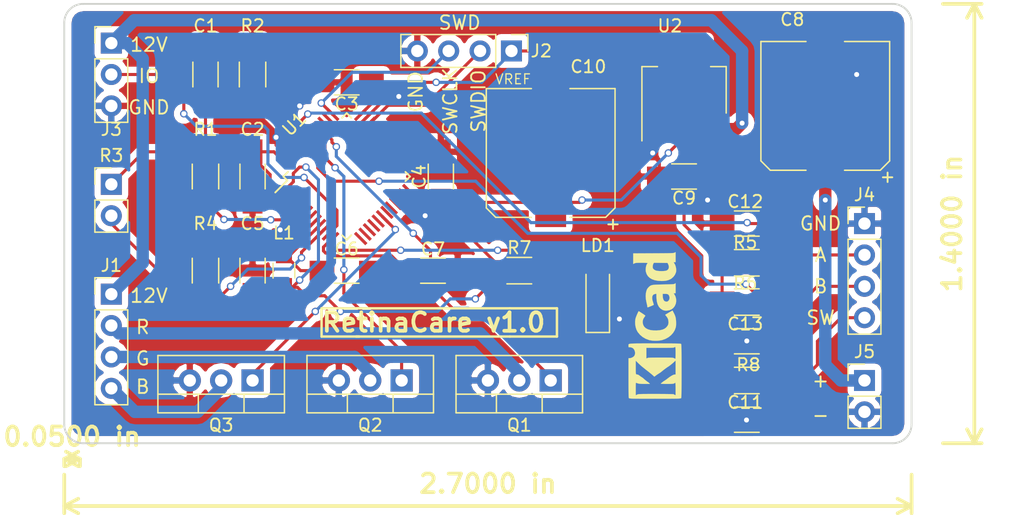
<source format=kicad_pcb>
(kicad_pcb (version 4) (host pcbnew 4.0.2+dfsg1-stable)
  (layers (0 F.Cu signal) (31 B.Cu signal) (34 B.Paste user) (35 F.Paste user) (36 B.SilkS user) (37 F.SilkS user) (38 B.Mask user) (39 F.Mask user) (44 Edge.Cuts user))
  (net 0 "")
  (net 1 +3V3)
  (net 2 GND)
  (net 3 "Net-(C6-Pad1)")
  (net 4 +12V)
  (net 5 "Net-(C11-Pad1)")
  (net 6 /ENC_A)
  (net 7 /ENC_B)
  (net 8 "Net-(D1-Pad2)")
  (net 9 "Net-(J1-Pad2)")
  (net 10 "Net-(J1-Pad3)")
  (net 11 "Net-(J1-Pad4)")
  (net 12 /SWDIO)
  (net 13 /SWCLK)
  (net 14 /MOTION)
  (net 15 /PWM_R)
  (net 16 /PWM_G)
  (net 17 /PWM_B)
  (net 18 "Net-(R1-Pad1)")
  (net 19 "Net-(R2-Pad1)")
  (net 20 "Net-(R3-Pad2)")
  (net 21 /SW)
  (net 22 "Net-(U1-Pad2)")
  (net 23 "Net-(U1-Pad3)")
  (net 24 "Net-(U1-Pad4)")
  (net 25 "Net-(U1-Pad5)")
  (net 26 "Net-(U1-Pad6)")
  (net 27 "Net-(U1-Pad13)")
  (net 28 "Net-(U1-Pad14)")
  (net 29 "Net-(U1-Pad15)")
  (net 30 "Net-(U1-Pad16)")
  (net 31 "Net-(U1-Pad17)")
  (net 32 "Net-(U1-Pad19)")
  (net 33 "Net-(U1-Pad20)")
  (net 34 "Net-(U1-Pad21)")
  (net 35 "Net-(U1-Pad22)")
  (net 36 "Net-(U1-Pad25)")
  (net 37 "Net-(U1-Pad26)")
  (net 38 "Net-(U1-Pad27)")
  (net 39 "Net-(U1-Pad28)")
  (net 40 "Net-(U1-Pad29)")
  (net 41 "Net-(U1-Pad30)")
  (net 42 "Net-(U1-Pad31)")
  (net 43 "Net-(U1-Pad32)")
  (net 44 "Net-(U1-Pad33)")
  (net 45 "Net-(U1-Pad38)")
  (net 46 "Net-(U1-Pad39)")
  (net 47 "Net-(U1-Pad45)")
  (net 48 "Net-(U1-Pad46)")
  (module Capacitors_SMD:C_1206_HandSoldering (layer F.Cu) (at 138.43 66.04 270)
    (fp_text reference C2 (at -3.81 0 360) (layer F.SilkS))
    (fp_text value 100n)
    (pad 1 smd rect (at -2 0 270) (size 2 1.6) (layers F.Cu F.Paste F.Mask) (net 1 +3V3))
    (pad 2 smd rect (at 2 0 270) (size 2 1.6) (layers F.Cu F.Paste F.Mask) (net 2 GND))
  )
  (module Capacitors_SMD:C_1206_HandSoldering (layer F.Cu) (at 146.05 58.42 180)
    (fp_text reference C3 (at 0 -1.75 180) (layer F.SilkS))
    (fp_text value 100n)
    (pad 1 smd rect (at -2 0 180) (size 2 1.6) (layers F.Cu F.Paste F.Mask) (net 1 +3V3))
    (pad 2 smd rect (at 2 0 180) (size 2 1.6) (layers F.Cu F.Paste F.Mask) (net 2 GND))
  )
  (module Capacitors_SMD:C_1206_HandSoldering (layer F.Cu) (at 153.67 66.04 90)
    (fp_text reference C4 (at 0 -1.75 90) (layer F.SilkS))
    (fp_text value 100n)
    (pad 1 smd rect (at -2 0 90) (size 2 1.6) (layers F.Cu F.Paste F.Mask) (net 1 +3V3))
    (pad 2 smd rect (at 2 0 90) (size 2 1.6) (layers F.Cu F.Paste F.Mask) (net 2 GND))
  )
  (module Capacitors_SMD:C_1206_HandSoldering (layer F.Cu) (at 138.43 73.66 90)
    (fp_text reference C5 (at 3.81 0 180) (layer F.SilkS))
    (fp_text value 100n)
    (pad 1 smd rect (at -2 0 90) (size 2 1.6) (layers F.Cu F.Paste F.Mask) (net 1 +3V3))
    (pad 2 smd rect (at 2 0 90) (size 2 1.6) (layers F.Cu F.Paste F.Mask) (net 2 GND))
  )
  (module Capacitors_SMD:C_1206_HandSoldering (layer F.Cu) (at 146.05 73.66)
    (fp_text reference C6 (at 0 -1.75) (layer F.SilkS))
    (fp_text value 100n)
    (pad 1 smd rect (at -2 0) (size 2 1.6) (layers F.Cu F.Paste F.Mask) (net 3 "Net-(C6-Pad1)"))
    (pad 2 smd rect (at 2 0) (size 2 1.6) (layers F.Cu F.Paste F.Mask) (net 2 GND))
  )
  (module Capacitors_SMD:CP_Elec_10x10 (layer F.Cu) (at 184.785 60.325 90)
    (fp_text reference C8 (at 6.985 -2.667 180) (layer F.SilkS))
    (fp_text value 47u)
    (fp_text user + (at -5.78 4.97 90) (layer F.SilkS))
    (pad 1 smd rect (at -4 0 270) (size 4 2.5) (layers F.Cu F.Paste F.Mask) (net 4 +12V))
    (pad 2 smd rect (at 4 0 270) (size 4 2.5) (layers F.Cu F.Paste F.Mask) (net 2 GND))
  )
  (module Capacitors_SMD:C_1206_HandSoldering (layer F.Cu) (at 173.355 66.04 180)
    (fp_text reference C9 (at 0 -1.75 180) (layer F.SilkS))
    (fp_text value 100n)
    (pad 1 smd rect (at -2 0 180) (size 2 1.6) (layers F.Cu F.Paste F.Mask) (net 4 +12V))
    (pad 2 smd rect (at 2 0 180) (size 2 1.6) (layers F.Cu F.Paste F.Mask) (net 2 GND))
  )
  (module Capacitors_SMD:CP_Elec_10x10 (layer F.Cu) (at 162.56 64.135 90)
    (fp_text reference C10 (at 6.985 3.048 180) (layer F.SilkS))
    (fp_text value 47u)
    (fp_text user + (at -5.78 4.97 90) (layer F.SilkS))
    (pad 1 smd rect (at -4 0 270) (size 4 2.5) (layers F.Cu F.Paste F.Mask) (net 1 +3V3))
    (pad 2 smd rect (at 4 0 270) (size 4 2.5) (layers F.Cu F.Paste F.Mask) (net 2 GND))
  )
  (module Capacitors_SMD:C_1206_HandSoldering (layer F.Cu) (at 178.435 85.725 180)
    (fp_text reference C11 (at 0.127 1.397 180) (layer F.SilkS))
    (fp_text value 100n)
    (pad 1 smd rect (at -2 0 180) (size 2 1.6) (layers F.Cu F.Paste F.Mask) (net 5 "Net-(C11-Pad1)"))
    (pad 2 smd rect (at 2 0 180) (size 2 1.6) (layers F.Cu F.Paste F.Mask) (net 2 GND))
  )
  (module Capacitors_SMD:C_1206_HandSoldering (layer F.Cu) (at 178.435 69.85 180)
    (fp_text reference C12 (at 0.127 1.778 180) (layer F.SilkS))
    (fp_text value 100n)
    (pad 1 smd rect (at -2 0 180) (size 2 1.6) (layers F.Cu F.Paste F.Mask) (net 6 /ENC_A))
    (pad 2 smd rect (at 2 0 180) (size 2 1.6) (layers F.Cu F.Paste F.Mask) (net 2 GND))
  )
  (module Capacitors_SMD:C_1206_HandSoldering (layer F.Cu) (at 178.435 79.375 180)
    (fp_text reference C13 (at 0.127 1.397 180) (layer F.SilkS))
    (fp_text value 100n)
    (pad 1 smd rect (at -2 0 180) (size 2 1.6) (layers F.Cu F.Paste F.Mask) (net 7 /ENC_B))
    (pad 2 smd rect (at 2 0 180) (size 2 1.6) (layers F.Cu F.Paste F.Mask) (net 2 GND))
  )
  (module LEDs:LED_1206_HandSoldering (layer F.Cu) (at 166.37 75.565 90)
    (fp_text reference LD1 (at 3.937 0 180) (layer F.SilkS))
    (fp_text value LED_ALT)
    (pad 1 smd rect (at -2 0 90) (size 2 1.7) (layers F.Cu F.Paste F.Mask) (net 2 GND))
    (pad 2 smd rect (at 2 0 90) (size 2 1.7) (layers F.Cu F.Paste F.Mask) (net 8 "Net-(D1-Pad2)"))
  )
  (module Pin_Headers:Pin_Header_Straight_1x04_Pitch2.54mm (layer F.Cu) (at 127 75.565)
    (fp_text reference J1 (at 0 -2.33) (layer F.SilkS))
    (fp_text value CONN_LED)
    (pad 1 thru_hole rect (at 0 0) (size 1.7 1.7) (drill 1) (layers *.Cu *.Mask) (net 4 +12V))
    (pad 2 thru_hole oval (at 0 2.54) (size 1.7 1.7) (drill 1) (layers *.Cu *.Mask) (net 9 "Net-(J1-Pad2)"))
    (pad 3 thru_hole oval (at 0 5.08) (size 1.7 1.7) (drill 1) (layers *.Cu *.Mask) (net 10 "Net-(J1-Pad3)"))
    (pad 4 thru_hole oval (at 0 7.62) (size 1.7 1.7) (drill 1) (layers *.Cu *.Mask) (net 11 "Net-(J1-Pad4)"))
  )
  (module Pin_Headers:Pin_Header_Straight_1x04_Pitch2.54mm (layer F.Cu) (at 159.385 55.88 270)
    (fp_text reference J2 (at 0 -2.413 360) (layer F.SilkS))
    (fp_text value CONN_SWD)
    (pad 1 thru_hole rect (at 0 0 270) (size 1.7 1.7) (drill 1) (layers *.Cu *.Mask) (net 1 +3V3))
    (pad 2 thru_hole oval (at 0 2.54 270) (size 1.7 1.7) (drill 1) (layers *.Cu *.Mask) (net 12 /SWDIO))
    (pad 3 thru_hole oval (at 0 5.08 270) (size 1.7 1.7) (drill 1) (layers *.Cu *.Mask) (net 13 /SWCLK))
    (pad 4 thru_hole oval (at 0 7.62 270) (size 1.7 1.7) (drill 1) (layers *.Cu *.Mask) (net 2 GND))
  )
  (module Pin_Headers:Pin_Header_Straight_1x03_Pitch2.54mm (layer F.Cu) (at 127 55.245)
    (fp_text reference J3 (at 0 6.985) (layer F.SilkS))
    (fp_text value CONN_PIR)
    (pad 1 thru_hole rect (at 0 0) (size 1.7 1.7) (drill 1) (layers *.Cu *.Mask) (net 4 +12V))
    (pad 2 thru_hole oval (at 0 2.54) (size 1.7 1.7) (drill 1) (layers *.Cu *.Mask) (net 14 /MOTION))
    (pad 3 thru_hole oval (at 0 5.08) (size 1.7 1.7) (drill 1) (layers *.Cu *.Mask) (net 2 GND))
  )
  (module Pin_Headers:Pin_Header_Straight_1x04_Pitch2.54mm (layer F.Cu) (at 187.96 69.85)
    (fp_text reference J4 (at 0 -2.33) (layer F.SilkS))
    (fp_text value CONN_ENC)
    (pad 1 thru_hole rect (at 0 0) (size 1.7 1.7) (drill 1) (layers *.Cu *.Mask) (net 2 GND))
    (pad 2 thru_hole oval (at 0 2.54) (size 1.7 1.7) (drill 1) (layers *.Cu *.Mask) (net 6 /ENC_A))
    (pad 3 thru_hole oval (at 0 5.08) (size 1.7 1.7) (drill 1) (layers *.Cu *.Mask) (net 7 /ENC_B))
    (pad 4 thru_hole oval (at 0 7.62) (size 1.7 1.7) (drill 1) (layers *.Cu *.Mask) (net 5 "Net-(C11-Pad1)"))
  )
  (module Inductors_SMD:L_0805_HandSoldering (layer F.Cu) (at 140.97 73.66 270)
    (fp_text reference L1 (at -3.048 0 360) (layer F.SilkS))
    (fp_text value Ferrite_Bead hide)
    (pad 1 smd rect (at -1.35 0 270) (size 1.5 1.3) (layers F.Cu F.Paste F.Mask) (net 3 "Net-(C6-Pad1)"))
    (pad 2 smd rect (at 1.35 0 270) (size 1.5 1.3) (layers F.Cu F.Paste F.Mask) (net 1 +3V3))
  )
  (module TO_SOT_Packages_THT:TO-220_Vertical (layer F.Cu) (at 162.56 82.55 180)
    (fp_text reference Q1 (at 2.54 -3.62 180) (layer F.SilkS))
    (fp_text value IRF3808)
    (pad 1 thru_hole rect (at 0 0 180) (size 1.8 1.8) (drill 1) (layers *.Cu *.Mask) (net 15 /PWM_R))
    (pad 2 thru_hole oval (at 2.54 0 180) (size 1.8 1.8) (drill 1) (layers *.Cu *.Mask) (net 9 "Net-(J1-Pad2)"))
    (pad 3 thru_hole oval (at 5.08 0 180) (size 1.8 1.8) (drill 1) (layers *.Cu *.Mask) (net 2 GND))
  )
  (module TO_SOT_Packages_THT:TO-220_Vertical (layer F.Cu) (at 150.495 82.55 180)
    (fp_text reference Q2 (at 2.54 -3.62 180) (layer F.SilkS))
    (fp_text value IRF3808)
    (pad 1 thru_hole rect (at 0 0 180) (size 1.8 1.8) (drill 1) (layers *.Cu *.Mask) (net 16 /PWM_G))
    (pad 2 thru_hole oval (at 2.54 0 180) (size 1.8 1.8) (drill 1) (layers *.Cu *.Mask) (net 10 "Net-(J1-Pad3)"))
    (pad 3 thru_hole oval (at 5.08 0 180) (size 1.8 1.8) (drill 1) (layers *.Cu *.Mask) (net 2 GND))
  )
  (module TO_SOT_Packages_THT:TO-220_Vertical (layer F.Cu) (at 138.43 82.55 180)
    (fp_text reference Q3 (at 2.54 -3.62 180) (layer F.SilkS))
    (fp_text value IRF3808)
    (pad 1 thru_hole rect (at 0 0 180) (size 1.8 1.8) (drill 1) (layers *.Cu *.Mask) (net 17 /PWM_B))
    (pad 2 thru_hole oval (at 2.54 0 180) (size 1.8 1.8) (drill 1) (layers *.Cu *.Mask) (net 11 "Net-(J1-Pad4)"))
    (pad 3 thru_hole oval (at 5.08 0 180) (size 1.8 1.8) (drill 1) (layers *.Cu *.Mask) (net 2 GND))
  )
  (module Resistors_SMD:R_1206_HandSoldering (layer F.Cu) (at 134.62 66.04 90)
    (fp_text reference R1 (at 3.81 0 180) (layer F.SilkS))
    (fp_text value 10k)
    (pad 1 smd rect (at -2 0 90) (size 2 1.7) (layers F.Cu F.Paste F.Mask) (net 18 "Net-(R1-Pad1)"))
    (pad 2 smd rect (at 2 0 90) (size 2 1.7) (layers F.Cu F.Paste F.Mask) (net 1 +3V3))
  )
  (module Resistors_SMD:R_1206_HandSoldering (layer F.Cu) (at 138.43 57.785 90)
    (fp_text reference R2 (at 3.937 0 180) (layer F.SilkS))
    (fp_text value 10k)
    (pad 1 smd rect (at -2 0 90) (size 2 1.7) (layers F.Cu F.Paste F.Mask) (net 19 "Net-(R2-Pad1)"))
    (pad 2 smd rect (at 2 0 90) (size 2 1.7) (layers F.Cu F.Paste F.Mask) (net 2 GND))
  )
  (module Pin_Headers:Pin_Header_Straight_1x02_Pitch2.54mm (layer F.Cu) (at 127 66.675)
    (fp_text reference R3 (at 0 -2.33) (layer F.SilkS))
    (fp_text value R_PHOTO)
    (pad 1 thru_hole rect (at 0 0) (size 1.7 1.7) (drill 1) (layers *.Cu *.Mask) (net 1 +3V3))
    (pad 2 thru_hole oval (at 0 2.54) (size 1.7 1.7) (drill 1) (layers *.Cu *.Mask) (net 20 "Net-(R3-Pad2)"))
  )
  (module Resistors_SMD:R_1206_HandSoldering (layer F.Cu) (at 134.62 73.66 270)
    (fp_text reference R4 (at -3.81 0 360) (layer F.SilkS))
    (fp_text value 10k)
    (pad 1 smd rect (at -2 0 270) (size 2 1.7) (layers F.Cu F.Paste F.Mask) (net 2 GND))
    (pad 2 smd rect (at 2 0 270) (size 2 1.7) (layers F.Cu F.Paste F.Mask) (net 20 "Net-(R3-Pad2)"))
  )
  (module Resistors_SMD:R_1206_HandSoldering (layer F.Cu) (at 178.435 73.025 180)
    (fp_text reference R5 (at 0.127 1.651 180) (layer F.SilkS))
    (fp_text value 10k)
    (pad 1 smd rect (at -2 0 180) (size 2 1.7) (layers F.Cu F.Paste F.Mask) (net 6 /ENC_A))
    (pad 2 smd rect (at 2 0 180) (size 2 1.7) (layers F.Cu F.Paste F.Mask) (net 1 +3V3))
  )
  (module Resistors_SMD:R_1206_HandSoldering (layer F.Cu) (at 178.435 76.2 180)
    (fp_text reference R6 (at 0.127 1.524 180) (layer F.SilkS))
    (fp_text value 10k)
    (pad 1 smd rect (at -2 0 180) (size 2 1.7) (layers F.Cu F.Paste F.Mask) (net 7 /ENC_B))
    (pad 2 smd rect (at 2 0 180) (size 2 1.7) (layers F.Cu F.Paste F.Mask) (net 1 +3V3))
  )
  (module Resistors_SMD:R_1206_HandSoldering (layer F.Cu) (at 160.02 73.66)
    (fp_text reference R7 (at 0 -1.85) (layer F.SilkS))
    (fp_text value 220)
    (pad 1 smd rect (at -2 0) (size 2 1.7) (layers F.Cu F.Paste F.Mask) (net 1 +3V3))
    (pad 2 smd rect (at 2 0) (size 2 1.7) (layers F.Cu F.Paste F.Mask) (net 8 "Net-(D1-Pad2)"))
  )
  (module Resistors_SMD:R_1206_HandSoldering (layer F.Cu) (at 178.435 82.55)
    (fp_text reference R8 (at 0.127 -1.27) (layer F.SilkS))
    (fp_text value 10k)
    (pad 1 smd rect (at -2 0) (size 2 1.7) (layers F.Cu F.Paste F.Mask) (net 21 /SW))
    (pad 2 smd rect (at 2 0) (size 2 1.7) (layers F.Cu F.Paste F.Mask) (net 5 "Net-(C11-Pad1)"))
  )
  (module Housings_QFP:LQFP-48_7x7mm_Pitch0.5mm (layer F.Cu) (at 146.05 66.04 45)
    (fp_text reference U1 (at 0 -6 45) (layer F.SilkS))
    (fp_text value STM32L151C8Tx)
    (pad 1 smd rect (at -4.35 -2.75 45) (size 1.3 0.25) (layers F.Cu F.Paste F.Mask) (net 1 +3V3))
    (pad 2 smd rect (at -4.35 -2.25 45) (size 1.3 0.25) (layers F.Cu F.Paste F.Mask) (net 22 "Net-(U1-Pad2)"))
    (pad 3 smd rect (at -4.35 -1.75 45) (size 1.3 0.25) (layers F.Cu F.Paste F.Mask) (net 23 "Net-(U1-Pad3)"))
    (pad 4 smd rect (at -4.35 -1.25 45) (size 1.3 0.25) (layers F.Cu F.Paste F.Mask) (net 24 "Net-(U1-Pad4)"))
    (pad 5 smd rect (at -4.35 -0.75 45) (size 1.3 0.25) (layers F.Cu F.Paste F.Mask) (net 25 "Net-(U1-Pad5)"))
    (pad 6 smd rect (at -4.35 -0.25 45) (size 1.3 0.25) (layers F.Cu F.Paste F.Mask) (net 26 "Net-(U1-Pad6)"))
    (pad 7 smd rect (at -4.35 0.25 45) (size 1.3 0.25) (layers F.Cu F.Paste F.Mask) (net 18 "Net-(R1-Pad1)"))
    (pad 8 smd rect (at -4.35 0.75 45) (size 1.3 0.25) (layers F.Cu F.Paste F.Mask) (net 2 GND))
    (pad 9 smd rect (at -4.35 1.25 45) (size 1.3 0.25) (layers F.Cu F.Paste F.Mask) (net 3 "Net-(C6-Pad1)"))
    (pad 10 smd rect (at -4.35 1.75 45) (size 1.3 0.25) (layers F.Cu F.Paste F.Mask) (net 20 "Net-(R3-Pad2)"))
    (pad 11 smd rect (at -4.35 2.25 45) (size 1.3 0.25) (layers F.Cu F.Paste F.Mask) (net 14 /MOTION))
    (pad 12 smd rect (at -4.35 2.75 45) (size 1.3 0.25) (layers F.Cu F.Paste F.Mask) (net 21 /SW))
    (pad 13 smd rect (at -2.75 4.35 135) (size 1.3 0.25) (layers F.Cu F.Paste F.Mask) (net 27 "Net-(U1-Pad13)"))
    (pad 14 smd rect (at -2.25 4.35 135) (size 1.3 0.25) (layers F.Cu F.Paste F.Mask) (net 28 "Net-(U1-Pad14)"))
    (pad 15 smd rect (at -1.75 4.35 135) (size 1.3 0.25) (layers F.Cu F.Paste F.Mask) (net 29 "Net-(U1-Pad15)"))
    (pad 16 smd rect (at -1.25 4.35 135) (size 1.3 0.25) (layers F.Cu F.Paste F.Mask) (net 30 "Net-(U1-Pad16)"))
    (pad 17 smd rect (at -0.75 4.35 135) (size 1.3 0.25) (layers F.Cu F.Paste F.Mask) (net 31 "Net-(U1-Pad17)"))
    (pad 18 smd rect (at -0.25 4.35 135) (size 1.3 0.25) (layers F.Cu F.Paste F.Mask) (net 17 /PWM_B))
    (pad 19 smd rect (at 0.25 4.35 135) (size 1.3 0.25) (layers F.Cu F.Paste F.Mask) (net 32 "Net-(U1-Pad19)"))
    (pad 20 smd rect (at 0.75 4.35 135) (size 1.3 0.25) (layers F.Cu F.Paste F.Mask) (net 33 "Net-(U1-Pad20)"))
    (pad 21 smd rect (at 1.25 4.35 135) (size 1.3 0.25) (layers F.Cu F.Paste F.Mask) (net 34 "Net-(U1-Pad21)"))
    (pad 22 smd rect (at 1.75 4.35 135) (size 1.3 0.25) (layers F.Cu F.Paste F.Mask) (net 35 "Net-(U1-Pad22)"))
    (pad 23 smd rect (at 2.25 4.35 135) (size 1.3 0.25) (layers F.Cu F.Paste F.Mask) (net 2 GND))
    (pad 24 smd rect (at 2.75 4.35 135) (size 1.3 0.25) (layers F.Cu F.Paste F.Mask) (net 1 +3V3))
    (pad 25 smd rect (at 4.35 2.75 45) (size 1.3 0.25) (layers F.Cu F.Paste F.Mask) (net 36 "Net-(U1-Pad25)"))
    (pad 26 smd rect (at 4.35 2.25 45) (size 1.3 0.25) (layers F.Cu F.Paste F.Mask) (net 37 "Net-(U1-Pad26)"))
    (pad 27 smd rect (at 4.35 1.75 45) (size 1.3 0.25) (layers F.Cu F.Paste F.Mask) (net 38 "Net-(U1-Pad27)"))
    (pad 28 smd rect (at 4.35 1.25 45) (size 1.3 0.25) (layers F.Cu F.Paste F.Mask) (net 39 "Net-(U1-Pad28)"))
    (pad 29 smd rect (at 4.35 0.75 45) (size 1.3 0.25) (layers F.Cu F.Paste F.Mask) (net 40 "Net-(U1-Pad29)"))
    (pad 30 smd rect (at 4.35 0.25 45) (size 1.3 0.25) (layers F.Cu F.Paste F.Mask) (net 41 "Net-(U1-Pad30)"))
    (pad 31 smd rect (at 4.35 -0.25 45) (size 1.3 0.25) (layers F.Cu F.Paste F.Mask) (net 42 "Net-(U1-Pad31)"))
    (pad 32 smd rect (at 4.35 -0.75 45) (size 1.3 0.25) (layers F.Cu F.Paste F.Mask) (net 43 "Net-(U1-Pad32)"))
    (pad 33 smd rect (at 4.35 -1.25 45) (size 1.3 0.25) (layers F.Cu F.Paste F.Mask) (net 44 "Net-(U1-Pad33)"))
    (pad 34 smd rect (at 4.35 -1.75 45) (size 1.3 0.25) (layers F.Cu F.Paste F.Mask) (net 12 /SWDIO))
    (pad 35 smd rect (at 4.35 -2.25 45) (size 1.3 0.25) (layers F.Cu F.Paste F.Mask) (net 2 GND))
    (pad 36 smd rect (at 4.35 -2.75 45) (size 1.3 0.25) (layers F.Cu F.Paste F.Mask) (net 1 +3V3))
    (pad 37 smd rect (at 2.75 -4.35 135) (size 1.3 0.25) (layers F.Cu F.Paste F.Mask) (net 13 /SWCLK))
    (pad 38 smd rect (at 2.25 -4.35 135) (size 1.3 0.25) (layers F.Cu F.Paste F.Mask) (net 45 "Net-(U1-Pad38)"))
    (pad 39 smd rect (at 1.75 -4.35 135) (size 1.3 0.25) (layers F.Cu F.Paste F.Mask) (net 46 "Net-(U1-Pad39)"))
    (pad 40 smd rect (at 1.25 -4.35 135) (size 1.3 0.25) (layers F.Cu F.Paste F.Mask) (net 15 /PWM_R))
    (pad 41 smd rect (at 0.75 -4.35 135) (size 1.3 0.25) (layers F.Cu F.Paste F.Mask) (net 16 /PWM_G))
    (pad 42 smd rect (at 0.25 -4.35 135) (size 1.3 0.25) (layers F.Cu F.Paste F.Mask) (net 6 /ENC_A))
    (pad 43 smd rect (at -0.25 -4.35 135) (size 1.3 0.25) (layers F.Cu F.Paste F.Mask) (net 7 /ENC_B))
    (pad 44 smd rect (at -0.75 -4.35 135) (size 1.3 0.25) (layers F.Cu F.Paste F.Mask) (net 19 "Net-(R2-Pad1)"))
    (pad 45 smd rect (at -1.25 -4.35 135) (size 1.3 0.25) (layers F.Cu F.Paste F.Mask) (net 47 "Net-(U1-Pad45)"))
    (pad 46 smd rect (at -1.75 -4.35 135) (size 1.3 0.25) (layers F.Cu F.Paste F.Mask) (net 48 "Net-(U1-Pad46)"))
    (pad 47 smd rect (at -2.25 -4.35 135) (size 1.3 0.25) (layers F.Cu F.Paste F.Mask) (net 2 GND))
    (pad 48 smd rect (at -2.75 -4.35 135) (size 1.3 0.25) (layers F.Cu F.Paste F.Mask) (net 1 +3V3))
  )
  (module TO_SOT_Packages_SMD:SOT-223 (layer F.Cu) (at 173.355 59.055 90)
    (fp_text reference U2 (at 5.207 -1.143 180) (layer F.SilkS))
    (fp_text value LD1117S33TR)
    (pad 4 smd rect (at 3.15 0 90) (size 2 3.8) (layers F.Cu F.Paste F.Mask))
    (pad 2 smd rect (at -3.15 0 90) (size 2 1.5) (layers F.Cu F.Paste F.Mask) (net 1 +3V3))
    (pad 3 smd rect (at -3.15 2.3 90) (size 2 1.5) (layers F.Cu F.Paste F.Mask) (net 4 +12V))
    (pad 1 smd rect (at -3.15 -2.3 90) (size 2 1.5) (layers F.Cu F.Paste F.Mask) (net 2 GND))
  )
  (module Pin_Headers:Pin_Header_Straight_1x02_Pitch2.54mm (layer F.Cu) (at 187.96 82.55)
    (fp_text reference J5 (at 0 -2.33) (layer F.SilkS))
    (fp_text value CONN_12V)
    (pad 1 thru_hole rect (at 0 0) (size 1.7 1.7) (drill 1) (layers *.Cu *.Mask) (net 4 +12V))
    (pad 2 thru_hole oval (at 0 2.54) (size 1.7 1.7) (drill 1) (layers *.Cu *.Mask) (net 2 GND))
  )
  (module Capacitors_SMD:C_1206_HandSoldering (layer F.Cu) (at 134.62 57.785 90)
    (fp_text reference C1 (at 3.937 0 180) (layer F.SilkS))
    (fp_text value 1u)
    (pad 1 smd rect (at -2 0 90) (size 2 1.6) (layers F.Cu F.Paste F.Mask) (net 1 +3V3))
    (pad 2 smd rect (at 2 0 90) (size 2 1.6) (layers F.Cu F.Paste F.Mask) (net 2 GND))
  )
  (module Capacitors_SMD:C_1206_HandSoldering (layer F.Cu) (at 153.035 73.66)
    (fp_text reference C7 (at 0 -1.75) (layer F.SilkS))
    (fp_text value 1u)
    (pad 1 smd rect (at -2 0) (size 2 1.6) (layers F.Cu F.Paste F.Mask) (net 3 "Net-(C6-Pad1)"))
    (pad 2 smd rect (at 2 0) (size 2 1.6) (layers F.Cu F.Paste F.Mask) (net 2 GND))
  )
  (module Symbols:Symbol_KiCAD-Logo_CopperAndSilkScreenTop (layer F.Cu) (at 170.815 78.105 90)
    (fp_text reference REF** hide)
    (fp_text value "KiCAD Logo" hide)
  )
  (dimension 1.27 (width 0.3) (layer F.SilkS) (gr_text "1,270 mm" (at 123.825 88.9) (layer F.SilkS) (effects (font (size 1.5 1.5) (thickness 0.3)))) (feature1 (pts (xy 124.46 88.9) (xy 124.46 88.9))) (feature2 (pts (xy 123.19 88.9) (xy 123.19 88.9))) (crossbar (pts (xy 123.19 88.9) (xy 124.46 88.9))) (arrow1a (pts (xy 124.46 88.9) (xy 123.333496 89.486421))) (arrow1b (pts (xy 124.46 88.9) (xy 123.333496 88.313579))) (arrow2a (pts (xy 123.19 88.9) (xy 124.316504 89.486421))) (arrow2b (pts (xy 123.19 88.9) (xy 124.316504 88.313579))))
  (dimension 68.58 (width 0.3) (layer F.SilkS) (gr_text "68,580 mm" (at 157.48 94.06) (layer F.SilkS) (effects (font (size 1.5 1.5) (thickness 0.3)))) (feature1 (pts (xy 123.19 90.17) (xy 123.19 95.41))) (feature2 (pts (xy 191.77 90.17) (xy 191.77 95.41))) (crossbar (pts (xy 191.77 92.71) (xy 123.19 92.71))) (arrow1a (pts (xy 123.19 92.71) (xy 124.316504 92.123579))) (arrow1b (pts (xy 123.19 92.71) (xy 124.316504 93.296421))) (arrow2a (pts (xy 191.77 92.71) (xy 190.643496 92.123579))) (arrow2b (pts (xy 191.77 92.71) (xy 190.643496 93.296421))))
  (dimension 35.56 (width 0.3) (layer F.SilkS) (gr_text "35,560 mm" (at 198.2 69.85 270) (layer F.SilkS) (effects (font (size 1.5 1.5) (thickness 0.3)))) (feature1 (pts (xy 194.31 87.63) (xy 199.55 87.63))) (feature2 (pts (xy 194.31 52.07) (xy 199.55 52.07))) (crossbar (pts (xy 196.85 52.07) (xy 196.85 87.63))) (arrow1a (pts (xy 196.85 87.63) (xy 196.263579 86.503496))) (arrow1b (pts (xy 196.85 87.63) (xy 197.436421 86.503496))) (arrow2a (pts (xy 196.85 52.07) (xy 196.263579 53.196504))) (arrow2b (pts (xy 196.85 52.07) (xy 197.436421 53.196504))))
  (gr_line (start 191.77 86.106) (end 191.77 53.594) (angle 90) (layer Edge.Cuts) (width 0.15))
  (gr_line (start 124.714 87.63) (end 190.246 87.63) (angle 90) (layer Edge.Cuts) (width 0.15))
  (gr_line (start 123.19 53.594) (end 123.19 86.106) (angle 90) (layer Edge.Cuts) (width 0.15))
  (gr_line (start 124.714 52.07) (end 190.246 52.07) (angle 90) (layer Edge.Cuts) (width 0.15))
  (gr_arc (start 124.714 53.594) (end 123.19 53.594) (angle 90) (layer Edge.Cuts) (width 0.15))
  (gr_arc (start 124.714 86.106) (end 124.714 87.63) (angle 90) (layer Edge.Cuts) (width 0.15))
  (gr_arc (start 190.246 86.106) (end 191.77 86.106) (angle 90) (layer Edge.Cuts) (width 0.15))
  (gr_arc (start 190.246 53.594) (end 190.246 52.07) (angle 90) (layer Edge.Cuts) (width 0.15))
  (gr_text VREF (at 159.512 58.166) (layer F.SilkS) (effects (font (size 0.8 0.8) (thickness 0.1))))
  (gr_text SWDIO (at 156.718 59.944 90) (layer F.SilkS) (effects (font (size 1.1 1.1))))
  (gr_text SWCLK (at 154.432 59.944 90) (layer F.SilkS) (effects (font (size 1.1 1.1))))
  (gr_text SWD (at 155.194 53.594) (layer F.SilkS) (effects (font (size 1.1 1.1))))
  (gr_text GND (at 151.638 59.182 90) (layer F.SilkS) (effects (font (size 1.1 1.1))))
  (gr_text B (at 129.54 83.058) (layer F.SilkS) (effects (font (size 1.1 1.1))))
  (gr_text G (at 129.54 80.772) (layer F.SilkS) (effects (font (size 1.1 1.1))))
  (gr_text R (at 129.54 78.232) (layer F.SilkS) (effects (font (size 1.1 1.1))))
  (gr_text 12V (at 130.048 75.692) (layer F.SilkS) (effects (font (size 1.1 1.1))))
  (gr_text 12V (at 130.048 55.372) (layer F.SilkS) (effects (font (size 1.1 1.1))))
  (gr_text IO (at 130.048 57.912) (layer F.SilkS) (effects (font (size 1.1 1.1))))
  (gr_text GND (at 130.048 60.452) (layer F.SilkS) (effects (font (size 1.1 1.1))))
  (gr_text - (at 184.404 85.344) (layer F.SilkS) (effects (font (size 1.1 1.1))))
  (gr_text + (at 184.404 82.55) (layer F.SilkS) (effects (font (size 1.1 1.1))))
  (gr_text SW (at 184.404 77.47) (layer F.SilkS) (effects (font (size 1.1 1.1))))
  (gr_text B (at 184.404 74.93) (layer F.SilkS) (effects (font (size 1.1 1.1))))
  (gr_text A (at 184.404 72.39) (layer F.SilkS) (effects (font (size 1.1 1.1))))
  (gr_text GND (at 184.404 69.85) (layer F.SilkS) (effects (font (size 1.1 1.1))))
  (gr_line (start 144.018 78.994) (end 147.066 78.994) (angle 90) (layer F.SilkS) (width 0.2))
  (gr_line (start 144.018 76.708) (end 147.066 76.708) (angle 90) (layer F.SilkS) (width 0.2))
  (gr_line (start 163.068 78.994) (end 159.258 78.994) (angle 90) (layer F.SilkS) (width 0.2))
  (gr_line (start 159.258 76.708) (end 163.068 76.708) (angle 90) (layer F.SilkS) (width 0.2))
  (gr_line (start 163.068 78.994) (end 163.068 76.708) (angle 90) (layer F.SilkS) (width 0.2))
  (gr_line (start 146.812 78.994) (end 159.258 78.994) (angle 90) (layer F.SilkS) (width 0.2))
  (gr_line (start 144.018 76.708) (end 144.018 78.994) (angle 90) (layer F.SilkS) (width 0.2))
  (gr_line (start 159.258 76.708) (end 146.812 76.708) (angle 90) (layer F.SilkS) (width 0.2))
  (gr_text "RetinaCare v1.0" (at 153.0858 77.851) (layer F.SilkS) (effects (font (size 1.5 1.5) (thickness 0.3))))
  (segment (start 140.97 75.01) (end 141.652 75.01) (width 0.25) (layer F.Cu) (net 1))
  (segment (start 141.732 66.468913) (end 141.029542 67.171371) (width 0.25) (layer F.Cu) (net 1))
  (segment (start 141.732 65.786) (end 141.732 66.468913) (width 0.25) (layer F.Cu) (net 1))
  (segment (start 142.24 65.278) (end 141.732 65.786) (width 0.25) (layer F.Cu) (net 1))
  (segment (start 142.748 65.278) (end 142.24 65.278) (width 0.25) (layer F.Cu) (net 1))
  (via (at 142.748 65.278) (size 0.6) (drill 0.4) (layers F.Cu B.Cu) (net 1))
  (segment (start 143.764 66.294) (end 142.748 65.278) (width 0.25) (layer B.Cu) (net 1))
  (segment (start 143.764 72.898) (end 143.764 66.294) (width 0.25) (layer B.Cu) (net 1))
  (segment (start 142.24 74.422) (end 143.764 72.898) (width 0.25) (layer B.Cu) (net 1))
  (via (at 142.24 74.422) (size 0.6) (drill 0.4) (layers F.Cu B.Cu) (net 1))
  (segment (start 141.652 75.01) (end 142.24 74.422) (width 0.25) (layer F.Cu) (net 1))
  (segment (start 140.97 75.01) (end 142.066 75.01) (width 0.25) (layer F.Cu) (net 1))
  (segment (start 156.464 75.946) (end 158.02 74.39) (width 0.25) (layer F.Cu) (net 1))
  (via (at 156.464 75.946) (size 0.6) (drill 0.4) (layers F.Cu B.Cu) (net 1))
  (segment (start 154.432 75.946) (end 156.464 75.946) (width 0.25) (layer B.Cu) (net 1))
  (segment (start 153.416 76.962) (end 154.432 75.946) (width 0.25) (layer B.Cu) (net 1))
  (segment (start 145.542 76.962) (end 153.416 76.962) (width 0.25) (layer B.Cu) (net 1))
  (via (at 145.542 76.962) (size 0.6) (drill 0.4) (layers F.Cu B.Cu) (net 1))
  (segment (start 144.272 75.692) (end 145.542 76.962) (width 0.25) (layer F.Cu) (net 1))
  (segment (start 142.748 75.692) (end 144.272 75.692) (width 0.25) (layer F.Cu) (net 1))
  (segment (start 142.066 75.01) (end 142.748 75.692) (width 0.25) (layer F.Cu) (net 1))
  (segment (start 158.02 74.39) (end 158.02 73.66) (width 0.25) (layer F.Cu) (net 1))
  (segment (start 159.385 55.88) (end 167.03 55.88) (width 0.25) (layer F.Cu) (net 1))
  (segment (start 167.03 55.88) (end 173.355 62.205) (width 0.25) (layer F.Cu) (net 1))
  (segment (start 141.029542 67.171371) (end 141.029542 67.174258) (width 0.25) (layer F.Cu) (net 1))
  (segment (start 141.029542 67.174258) (end 140.3604 67.8434) (width 0.25) (layer F.Cu) (net 1))
  (segment (start 140.3604 67.8434) (end 140.0556 67.8434) (width 0.25) (layer F.Cu) (net 1))
  (segment (start 140.0556 67.8434) (end 139.8524 67.6402) (width 0.25) (layer F.Cu) (net 1))
  (segment (start 139.8524 67.6402) (end 139.8524 65.8876) (width 0.25) (layer F.Cu) (net 1))
  (segment (start 139.8524 65.8876) (end 138.43 64.4652) (width 0.25) (layer F.Cu) (net 1))
  (segment (start 138.43 64.4652) (end 138.43 64.04) (width 0.25) (layer F.Cu) (net 1))
  (segment (start 148.05 58.42) (end 153.289 58.42) (width 0.25) (layer F.Cu) (net 1))
  (segment (start 156.972 58.42) (end 159.385 56.007) (width 0.25) (layer B.Cu) (net 1))
  (segment (start 156.0576 58.42) (end 156.972 58.42) (width 0.25) (layer B.Cu) (net 1))
  (segment (start 153.289 58.42) (end 156.0576 58.42) (width 0.25) (layer B.Cu) (net 1))
  (via (at 153.289 58.42) (size 0.6) (drill 0.4) (layers F.Cu B.Cu) (net 1))
  (segment (start 159.385 56.007) (end 159.385 55.88) (width 0.25) (layer B.Cu) (net 1))
  (segment (start 138.43 64.04) (end 134.62 64.04) (width 0.25) (layer F.Cu) (net 1))
  (segment (start 138.43 64.04) (end 140.160913 64.04) (width 0.25) (layer F.Cu) (net 1))
  (segment (start 140.160913 64.04) (end 141.029542 64.908629) (width 0.25) (layer F.Cu) (net 1))
  (segment (start 134.62 64.04) (end 134.62 59.785) (width 0.25) (layer F.Cu) (net 1))
  (segment (start 134.62 64.04) (end 129.635 64.04) (width 0.25) (layer F.Cu) (net 1))
  (segment (start 129.635 64.04) (end 127 66.675) (width 0.25) (layer F.Cu) (net 1))
  (segment (start 173.355 62.205) (end 173.355 62.865) (width 0.25) (layer F.Cu) (net 1))
  (segment (start 173.355 62.865) (end 172.085 64.135) (width 0.25) (layer F.Cu) (net 1))
  (segment (start 164.91 68.135) (end 162.56 68.135) (width 0.25) (layer F.Cu) (net 1))
  (segment (start 165.1 67.945) (end 164.91 68.135) (width 0.25) (layer F.Cu) (net 1))
  (via (at 165.1 67.945) (size 0.6) (drill 0.4) (layers F.Cu B.Cu) (net 1))
  (segment (start 168.275 67.945) (end 165.1 67.945) (width 0.25) (layer B.Cu) (net 1))
  (segment (start 172.085 64.135) (end 168.275 67.945) (width 0.25) (layer B.Cu) (net 1))
  (via (at 172.085 64.135) (size 0.6) (drill 0.4) (layers F.Cu B.Cu) (net 1))
  (segment (start 162.56 68.135) (end 153.765 68.135) (width 0.25) (layer F.Cu) (net 1))
  (segment (start 153.765 68.135) (end 153.67 68.04) (width 0.25) (layer F.Cu) (net 1))
  (segment (start 153.67 68.04) (end 153.67 68.58) (width 0.25) (layer F.Cu) (net 1))
  (segment (start 153.67 68.58) (end 158.02 72.93) (width 0.25) (layer F.Cu) (net 1))
  (segment (start 158.02 72.93) (end 158.02 73.66) (width 0.25) (layer F.Cu) (net 1))
  (segment (start 173.355 62.205) (end 173.355 69.945) (width 0.25) (layer F.Cu) (net 1))
  (segment (start 173.355 69.945) (end 176.435 73.025) (width 0.25) (layer F.Cu) (net 1))
  (segment (start 176.435 76.2) (end 176.435 73.025) (width 0.25) (layer F.Cu) (net 1))
  (segment (start 140.97 75.01) (end 139.08 75.01) (width 0.25) (layer F.Cu) (net 1))
  (segment (start 139.08 75.01) (end 138.43 75.66) (width 0.25) (layer F.Cu) (net 1))
  (segment (start 153.67 68.04) (end 151.939087 68.04) (width 0.25) (layer F.Cu) (net 1))
  (segment (start 151.939087 68.04) (end 151.070458 67.171371) (width 0.25) (layer F.Cu) (net 1))
  (segment (start 148.05 58.42) (end 148.05 60.150913) (width 0.25) (layer F.Cu) (net 1))
  (segment (start 148.05 60.150913) (end 147.181371 61.019542) (width 0.25) (layer F.Cu) (net 1))
  (segment (start 138.43 71.66) (end 138.8298 71.66) (width 0.25) (layer F.Cu) (net 2))
  (segment (start 138.8298 71.66) (end 140.1318 70.358) (width 0.25) (layer F.Cu) (net 2))
  (via (at 140.6652 70.358) (size 0.6) (drill 0.4) (layers F.Cu B.Cu) (net 2))
  (segment (start 141.097 70.7898) (end 140.6652 70.358) (width 0.25) (layer F.Cu) (net 2))
  (segment (start 142.367 70.7898) (end 141.097 70.7898) (width 0.25) (layer F.Cu) (net 2))
  (segment (start 143.504416 69.652384) (end 142.367 70.7898) (width 0.25) (layer F.Cu) (net 2))
  (segment (start 140.1318 70.358) (end 140.6652 70.358) (width 0.25) (layer F.Cu) (net 2))
  (segment (start 143.504416 69.646245) (end 143.504416 69.652384) (width 0.25) (layer F.Cu) (net 2))
  (segment (start 147.534924 61.373095) (end 147.541905 61.373095) (width 0.25) (layer F.Cu) (net 2))
  (segment (start 147.541905 61.373095) (end 149.352 59.563) (width 0.25) (layer F.Cu) (net 2))
  (via (at 150.2664 59.563) (size 0.6) (drill 0.4) (layers F.Cu B.Cu) (net 2))
  (segment (start 149.352 59.563) (end 150.2664 59.563) (width 0.25) (layer F.Cu) (net 2))
  (segment (start 166.37 77.565) (end 168.116 77.565) (width 0.25) (layer F.Cu) (net 2))
  (via (at 168.1226 77.5716) (size 0.6) (drill 0.4) (layers F.Cu B.Cu) (net 2))
  (segment (start 168.116 77.565) (end 168.1226 77.5716) (width 0.25) (layer F.Cu) (net 2))
  (segment (start 176.435 85.725) (end 178.3842 85.725) (width 0.25) (layer F.Cu) (net 2))
  (via (at 178.4096 85.7504) (size 0.6) (drill 0.4) (layers F.Cu B.Cu) (net 2))
  (segment (start 178.3842 85.725) (end 178.4096 85.7504) (width 0.25) (layer F.Cu) (net 2))
  (segment (start 176.435 79.375) (end 178.4096 79.375) (width 0.25) (layer F.Cu) (net 2))
  (via (at 178.435 79.3496) (size 0.6) (drill 0.4) (layers F.Cu B.Cu) (net 2))
  (segment (start 178.4096 79.375) (end 178.435 79.3496) (width 0.25) (layer F.Cu) (net 2))
  (segment (start 153.67 64.04) (end 158.655 64.04) (width 0.25) (layer F.Cu) (net 2))
  (segment (start 158.655 64.04) (end 162.56 60.135) (width 0.25) (layer F.Cu) (net 2))
  (segment (start 155.035 73.66) (end 155.035 71.85) (width 0.25) (layer F.Cu) (net 2))
  (via (at 152.4 69.215) (size 0.6) (drill 0.4) (layers F.Cu B.Cu) (net 2))
  (segment (start 152.4 69.215) (end 150.716905 67.531905) (width 0.25) (layer F.Cu) (net 2))
  (segment (start 155.035 71.85) (end 152.4 69.215) (width 0.25) (layer F.Cu) (net 2))
  (segment (start 150.716905 67.524924) (end 150.716905 67.531905) (width 0.25) (layer F.Cu) (net 2))
  (segment (start 142.24 60.325) (end 140.335 62.23) (width 0.25) (layer B.Cu) (net 2))
  (via (at 142.24 60.325) (size 0.6) (drill 0.4) (layers F.Cu B.Cu) (net 2))
  (segment (start 144.05 58.515) (end 142.24 60.325) (width 0.25) (layer F.Cu) (net 2))
  (segment (start 140.335 63.5) (end 141.383095 64.548095) (width 0.25) (layer F.Cu) (net 2))
  (segment (start 140.335 62.865) (end 140.335 63.5) (width 0.25) (layer F.Cu) (net 2))
  (via (at 140.335 62.865) (size 0.6) (drill 0.4) (layers F.Cu B.Cu) (net 2))
  (segment (start 140.335 62.23) (end 140.335 62.865) (width 0.25) (layer B.Cu) (net 2))
  (segment (start 141.383095 64.548095) (end 141.383095 64.555076) (width 0.25) (layer F.Cu) (net 2))
  (segment (start 144.05 58.42) (end 144.05 58.515) (width 0.25) (layer F.Cu) (net 2))
  (segment (start 134.62 55.785) (end 138.43 55.785) (width 0.25) (layer F.Cu) (net 2))
  (segment (start 138.43 55.785) (end 141.065 58.42) (width 0.25) (layer F.Cu) (net 2))
  (segment (start 141.065 58.42) (end 144.05 58.42) (width 0.25) (layer F.Cu) (net 2))
  (segment (start 134.62 71.66) (end 138.43 71.66) (width 0.25) (layer F.Cu) (net 2))
  (segment (start 138.43 71.66) (end 138.43 68.04) (width 0.25) (layer F.Cu) (net 2))
  (segment (start 162.56 60.135) (end 168.985 60.135) (width 0.25) (layer F.Cu) (net 2))
  (segment (start 168.985 60.135) (end 171.055 62.205) (width 0.25) (layer F.Cu) (net 2))
  (segment (start 184.785 56.325) (end 185.865 56.325) (width 1) (layer F.Cu) (net 2))
  (segment (start 185.865 56.325) (end 187.325 57.785) (width 1) (layer F.Cu) (net 2))
  (via (at 187.325 57.785) (size 0.6) (drill 0.4) (layers F.Cu B.Cu) (net 2))
  (segment (start 171.055 62.205) (end 171.055 63.895) (width 0.25) (layer F.Cu) (net 2))
  (segment (start 171.355 64.675) (end 170.815 64.135) (width 0.25) (layer F.Cu) (net 2))
  (via (at 170.815 64.135) (size 0.6) (drill 0.4) (layers F.Cu B.Cu) (net 2))
  (segment (start 171.355 64.675) (end 171.355 66.04) (width 0.25) (layer F.Cu) (net 2))
  (segment (start 171.055 63.895) (end 170.815 64.135) (width 0.25) (layer F.Cu) (net 2))
  (segment (start 176.435 69.85) (end 176.435 69.12) (width 0.25) (layer F.Cu) (net 2))
  (segment (start 176.435 69.12) (end 175.26 67.945) (width 0.25) (layer F.Cu) (net 2))
  (via (at 175.26 67.945) (size 0.6) (drill 0.4) (layers F.Cu B.Cu) (net 2))
  (segment (start 151.035 73.66) (end 150.876 73.66) (width 0.25) (layer F.Cu) (net 3))
  (segment (start 150.876 73.66) (end 149.6822 72.4662) (width 0.25) (layer F.Cu) (net 3))
  (segment (start 145.2438 72.4662) (end 144.05 73.66) (width 0.25) (layer F.Cu) (net 3))
  (segment (start 149.6822 72.4662) (end 145.2438 72.4662) (width 0.25) (layer F.Cu) (net 3))
  (segment (start 151.035 73.66) (end 151.035 73.755) (width 0.25) (layer F.Cu) (net 3))
  (segment (start 144.05 73.66) (end 142.32 73.66) (width 0.25) (layer F.Cu) (net 3))
  (segment (start 142.32 73.66) (end 140.97 72.31) (width 0.25) (layer F.Cu) (net 3))
  (segment (start 140.97 72.31) (end 141.547767 72.31) (width 0.25) (layer F.Cu) (net 3))
  (segment (start 141.547767 72.31) (end 143.857969 69.999798) (width 0.25) (layer F.Cu) (net 3))
  (segment (start 175.655 62.205) (end 177.571 62.205) (width 1) (layer F.Cu) (net 4))
  (segment (start 128.8542 53.3908) (end 127 55.245) (width 1) (layer B.Cu) (net 4))
  (segment (start 175.5648 53.3908) (end 128.8542 53.3908) (width 1) (layer B.Cu) (net 4))
  (segment (start 178.054 55.88) (end 175.5648 53.3908) (width 1) (layer B.Cu) (net 4))
  (segment (start 178.054 61.722) (end 178.054 55.88) (width 1) (layer B.Cu) (net 4))
  (via (at 178.054 61.722) (size 0.6) (drill 0.4) (layers F.Cu B.Cu) (net 4))
  (segment (start 177.571 62.205) (end 178.054 61.722) (width 1) (layer F.Cu) (net 4))
  (segment (start 127 55.245) (end 128.27 55.245) (width 1) (layer B.Cu) (net 4))
  (segment (start 128.27 55.245) (end 129.54 56.515) (width 1) (layer B.Cu) (net 4))
  (segment (start 129.54 56.515) (end 129.54 73.025) (width 1) (layer B.Cu) (net 4))
  (segment (start 129.54 73.025) (end 127 75.565) (width 1) (layer B.Cu) (net 4))
  (segment (start 184.785 64.325) (end 184.785 67.945) (width 1) (layer F.Cu) (net 4))
  (segment (start 186.055 82.55) (end 187.96 82.55) (width 1) (layer B.Cu) (net 4))
  (segment (start 184.785 81.28) (end 186.055 82.55) (width 1) (layer B.Cu) (net 4))
  (segment (start 184.785 67.945) (end 184.785 81.28) (width 1) (layer B.Cu) (net 4))
  (via (at 184.785 67.945) (size 0.6) (drill 0.4) (layers F.Cu B.Cu) (net 4))
  (segment (start 175.355 66.04) (end 175.355 64.675) (width 1) (layer F.Cu) (net 4))
  (segment (start 175.655 64.375) (end 175.655 62.205) (width 1) (layer F.Cu) (net 4))
  (segment (start 175.355 64.675) (end 175.655 64.375) (width 1) (layer F.Cu) (net 4))
  (segment (start 184.785 64.325) (end 180.15 64.325) (width 1) (layer F.Cu) (net 4))
  (segment (start 178.435 66.04) (end 175.355 66.04) (width 1) (layer F.Cu) (net 4))
  (segment (start 180.15 64.325) (end 178.435 66.04) (width 1) (layer F.Cu) (net 4))
  (segment (start 175.655 65.74) (end 175.355 66.04) (width 0.25) (layer F.Cu) (net 4))
  (segment (start 180.435 82.55) (end 182.88 82.55) (width 0.25) (layer F.Cu) (net 5))
  (segment (start 186.055 77.47) (end 187.96 77.47) (width 0.25) (layer F.Cu) (net 5))
  (segment (start 184.15 79.375) (end 186.055 77.47) (width 0.25) (layer F.Cu) (net 5))
  (segment (start 184.15 81.28) (end 184.15 79.375) (width 0.25) (layer F.Cu) (net 5))
  (segment (start 182.88 82.55) (end 184.15 81.28) (width 0.25) (layer F.Cu) (net 5))
  (segment (start 180.435 85.725) (end 180.435 82.55) (width 0.25) (layer F.Cu) (net 5))
  (segment (start 143.150862 62.787309) (end 143.150862 62.785262) (width 0.25) (layer F.Cu) (net 6))
  (segment (start 143.150862 62.785262) (end 142.3924 62.0268) (width 0.25) (layer F.Cu) (net 6))
  (segment (start 142.3924 62.0268) (end 142.3924 61.4934) (width 0.25) (layer F.Cu) (net 6))
  (segment (start 142.3924 61.4934) (end 142.9004 60.9854) (width 0.25) (layer F.Cu) (net 6))
  (via (at 142.9004 60.9854) (size 0.6) (drill 0.4) (layers F.Cu B.Cu) (net 6))
  (segment (start 142.9004 60.9854) (end 142.9766 60.9092) (width 0.25) (layer B.Cu) (net 6))
  (segment (start 142.9766 60.9092) (end 152.0952 60.9092) (width 0.25) (layer B.Cu) (net 6))
  (segment (start 152.0952 60.9092) (end 160.9598 69.7738) (width 0.25) (layer B.Cu) (net 6))
  (segment (start 160.9598 69.7738) (end 178.4604 69.7738) (width 0.25) (layer B.Cu) (net 6))
  (via (at 178.4604 69.7738) (size 0.6) (drill 0.4) (layers F.Cu B.Cu) (net 6))
  (segment (start 178.4604 69.7738) (end 178.5366 69.85) (width 0.25) (layer F.Cu) (net 6))
  (segment (start 178.5366 69.85) (end 180.435 69.85) (width 0.25) (layer F.Cu) (net 6))
  (segment (start 180.435 69.85) (end 180.435 73.025) (width 0.25) (layer F.Cu) (net 6))
  (segment (start 180.435 73.025) (end 182.88 73.025) (width 0.25) (layer F.Cu) (net 6))
  (segment (start 183.515 72.39) (end 187.96 72.39) (width 0.25) (layer F.Cu) (net 6))
  (segment (start 182.88 73.025) (end 183.515 72.39) (width 0.25) (layer F.Cu) (net 6))
  (segment (start 142.797309 63.140862) (end 142.797309 63.142909) (width 0.25) (layer F.Cu) (net 7))
  (segment (start 142.797309 63.142909) (end 143.7132 64.0588) (width 0.25) (layer F.Cu) (net 7))
  (segment (start 143.7132 64.0588) (end 143.7132 65.3542) (width 0.25) (layer F.Cu) (net 7))
  (segment (start 143.7132 65.3542) (end 144.78 66.421) (width 0.25) (layer F.Cu) (net 7))
  (segment (start 144.78 66.421) (end 148.6662 66.421) (width 0.25) (layer F.Cu) (net 7))
  (via (at 148.6662 66.421) (size 0.6) (drill 0.4) (layers F.Cu B.Cu) (net 7))
  (segment (start 148.6662 66.421) (end 156.4894 66.421) (width 0.25) (layer B.Cu) (net 7))
  (segment (start 156.4894 66.421) (end 160.7058 70.6374) (width 0.25) (layer B.Cu) (net 7))
  (segment (start 160.7058 70.6374) (end 172.7962 70.6374) (width 0.25) (layer B.Cu) (net 7))
  (segment (start 172.7962 70.6374) (end 174.7266 72.5678) (width 0.25) (layer B.Cu) (net 7))
  (segment (start 174.7266 72.5678) (end 174.7266 74.041) (width 0.25) (layer B.Cu) (net 7))
  (segment (start 174.7266 74.041) (end 175.4378 74.7522) (width 0.25) (layer B.Cu) (net 7))
  (segment (start 175.4378 74.7522) (end 178.3588 74.7522) (width 0.25) (layer B.Cu) (net 7))
  (via (at 178.3588 74.7522) (size 0.6) (drill 0.4) (layers F.Cu B.Cu) (net 7))
  (segment (start 178.3588 74.7522) (end 179.8066 76.2) (width 0.25) (layer F.Cu) (net 7))
  (segment (start 179.8066 76.2) (end 180.435 76.2) (width 0.25) (layer F.Cu) (net 7))
  (segment (start 180.435 79.375) (end 180.435 76.2) (width 0.25) (layer F.Cu) (net 7))
  (segment (start 180.435 76.2) (end 182.88 76.2) (width 0.25) (layer F.Cu) (net 7))
  (segment (start 184.15 74.93) (end 187.96 74.93) (width 0.25) (layer F.Cu) (net 7))
  (segment (start 182.88 76.2) (end 184.15 74.93) (width 0.25) (layer F.Cu) (net 7))
  (segment (start 162.02 73.66) (end 166.275 73.66) (width 0.25) (layer F.Cu) (net 8))
  (segment (start 166.275 73.66) (end 166.37 73.565) (width 0.25) (layer F.Cu) (net 8))
  (segment (start 160.02 82.55) (end 160.02 81.915) (width 1) (layer B.Cu) (net 9))
  (segment (start 160.02 81.915) (end 156.845 78.74) (width 1) (layer B.Cu) (net 9))
  (segment (start 156.845 78.74) (end 127.635 78.74) (width 1) (layer B.Cu) (net 9))
  (segment (start 127.635 78.74) (end 127 78.105) (width 1) (layer B.Cu) (net 9))
  (segment (start 147.955 82.55) (end 147.955 81.915) (width 1) (layer B.Cu) (net 10))
  (segment (start 147.955 81.915) (end 146.685 80.645) (width 1) (layer B.Cu) (net 10))
  (segment (start 146.685 80.645) (end 127 80.645) (width 1) (layer B.Cu) (net 10))
  (segment (start 135.89 82.55) (end 135.89 83.185) (width 1) (layer B.Cu) (net 11))
  (segment (start 135.89 83.185) (end 133.985 85.09) (width 1) (layer B.Cu) (net 11))
  (segment (start 133.985 85.09) (end 128.905 85.09) (width 1) (layer B.Cu) (net 11))
  (segment (start 128.905 85.09) (end 127 83.185) (width 1) (layer B.Cu) (net 11))
  (segment (start 147.888478 61.726649) (end 147.950351 61.726649) (width 0.25) (layer F.Cu) (net 12))
  (segment (start 147.950351 61.726649) (end 149.4028 60.2742) (width 0.25) (layer F.Cu) (net 12))
  (segment (start 149.4028 60.2742) (end 152.4508 60.2742) (width 0.25) (layer F.Cu) (net 12))
  (segment (start 152.4508 60.2742) (end 156.845 55.88) (width 0.25) (layer F.Cu) (net 12))
  (segment (start 144.918629 61.019542) (end 144.915742 61.019542) (width 0.25) (layer F.Cu) (net 13))
  (segment (start 144.915742 61.019542) (end 143.9926 60.0964) (width 0.25) (layer F.Cu) (net 13))
  (via (at 143.9926 60.0964) (size 0.6) (drill 0.4) (layers F.Cu B.Cu) (net 13))
  (segment (start 143.9926 60.0964) (end 146.4818 57.6072) (width 0.25) (layer B.Cu) (net 13))
  (segment (start 146.4818 57.6072) (end 152.5778 57.6072) (width 0.25) (layer B.Cu) (net 13))
  (segment (start 152.5778 57.6072) (end 154.305 55.88) (width 0.25) (layer B.Cu) (net 13))
  (segment (start 127 57.785) (end 131.826 57.785) (width 0.25) (layer F.Cu) (net 14))
  (segment (start 145.2626 70.009381) (end 144.565076 70.706905) (width 0.25) (layer F.Cu) (net 14))
  (segment (start 145.2626 68.7832) (end 145.2626 70.009381) (width 0.25) (layer F.Cu) (net 14))
  (segment (start 142.5956 66.1162) (end 145.2626 68.7832) (width 0.25) (layer F.Cu) (net 14))
  (via (at 142.5956 66.1162) (size 0.6) (drill 0.4) (layers F.Cu B.Cu) (net 14))
  (segment (start 140.7668 66.1162) (end 142.5956 66.1162) (width 0.25) (layer B.Cu) (net 14))
  (segment (start 139.6746 65.024) (end 140.7668 66.1162) (width 0.25) (layer B.Cu) (net 14))
  (segment (start 139.6746 62.2808) (end 139.6746 65.024) (width 0.25) (layer B.Cu) (net 14))
  (segment (start 139.3698 61.976) (end 139.6746 62.2808) (width 0.25) (layer B.Cu) (net 14))
  (segment (start 133.8834 61.976) (end 139.3698 61.976) (width 0.25) (layer B.Cu) (net 14))
  (segment (start 132.8674 60.96) (end 133.8834 61.976) (width 0.25) (layer B.Cu) (net 14))
  (via (at 132.8674 60.96) (size 0.6) (drill 0.4) (layers F.Cu B.Cu) (net 14))
  (segment (start 132.8674 58.8264) (end 132.8674 60.96) (width 0.25) (layer F.Cu) (net 14))
  (segment (start 131.826 57.785) (end 132.8674 58.8264) (width 0.25) (layer F.Cu) (net 14))
  (segment (start 162.56 82.55) (end 162.56 82.296) (width 0.25) (layer F.Cu) (net 15))
  (segment (start 162.56 82.296) (end 157.3784 77.1144) (width 0.25) (layer F.Cu) (net 15))
  (segment (start 157.3784 77.1144) (end 155.0162 77.1144) (width 0.25) (layer F.Cu) (net 15))
  (segment (start 155.0162 77.1144) (end 152.8318 74.93) (width 0.25) (layer F.Cu) (net 15))
  (segment (start 152.8318 74.93) (end 152.8318 72.0344) (width 0.25) (layer F.Cu) (net 15))
  (segment (start 152.8318 72.0344) (end 151.4348 70.6374) (width 0.25) (layer F.Cu) (net 15))
  (via (at 151.4348 70.6374) (size 0.6) (drill 0.4) (layers F.Cu B.Cu) (net 15))
  (segment (start 151.4348 70.6374) (end 145.2118 64.4144) (width 0.25) (layer B.Cu) (net 15))
  (segment (start 145.2118 64.4144) (end 145.2118 63.627) (width 0.25) (layer B.Cu) (net 15))
  (via (at 145.2118 63.627) (size 0.6) (drill 0.4) (layers F.Cu B.Cu) (net 15))
  (segment (start 145.2118 63.627) (end 144.8562 63.2714) (width 0.25) (layer F.Cu) (net 15))
  (segment (start 144.8562 63.2714) (end 144.8562 63.078433) (width 0.25) (layer F.Cu) (net 15))
  (segment (start 144.8562 63.078433) (end 143.857969 62.080202) (width 0.25) (layer F.Cu) (net 15))
  (segment (start 143.504416 62.433755) (end 143.568553 62.433755) (width 0.25) (layer F.Cu) (net 16))
  (segment (start 143.568553 62.433755) (end 144.2974 63.162602) (width 0.25) (layer F.Cu) (net 16))
  (segment (start 144.2974 63.162602) (end 144.2974 64.516) (width 0.25) (layer F.Cu) (net 16))
  (segment (start 144.2974 64.516) (end 145.1102 65.3288) (width 0.25) (layer F.Cu) (net 16))
  (via (at 145.1102 65.3288) (size 0.6) (drill 0.4) (layers F.Cu B.Cu) (net 16))
  (segment (start 145.1102 65.3288) (end 145.8214 66.04) (width 0.25) (layer B.Cu) (net 16))
  (segment (start 145.8214 66.04) (end 145.8214 73.5838) (width 0.25) (layer B.Cu) (net 16))
  (via (at 145.8214 73.5838) (size 0.6) (drill 0.4) (layers F.Cu B.Cu) (net 16))
  (segment (start 145.8214 73.5838) (end 145.8214 75.5142) (width 0.25) (layer F.Cu) (net 16))
  (segment (start 145.8214 75.5142) (end 150.495 80.1878) (width 0.25) (layer F.Cu) (net 16))
  (segment (start 150.495 80.1878) (end 150.495 82.55) (width 0.25) (layer F.Cu) (net 16))
  (segment (start 149.987 70.3326) (end 149.987 70.485) (width 0.25) (layer B.Cu) (net 17))
  (via (at 149.987 70.3326) (size 0.6) (drill 0.4) (layers F.Cu B.Cu) (net 17))
  (segment (start 148.949138 69.294738) (end 149.987 70.3326) (width 0.25) (layer F.Cu) (net 17))
  (segment (start 143.51 76.962) (end 138.43 82.042) (width 0.25) (layer F.Cu) (net 17))
  (via (at 143.51 76.962) (size 0.6) (drill 0.4) (layers F.Cu B.Cu) (net 17))
  (segment (start 149.987 70.485) (end 143.51 76.962) (width 0.25) (layer B.Cu) (net 17))
  (segment (start 138.43 82.042) (end 138.43 82.55) (width 0.25) (layer F.Cu) (net 17))
  (segment (start 148.949138 69.292691) (end 148.949138 69.294738) (width 0.25) (layer F.Cu) (net 17))
  (segment (start 143.150862 69.292691) (end 143.150862 69.294738) (width 0.25) (layer F.Cu) (net 18))
  (segment (start 143.150862 69.294738) (end 142.24 70.2056) (width 0.25) (layer F.Cu) (net 18))
  (segment (start 142.24 70.2056) (end 141.5542 70.2056) (width 0.25) (layer F.Cu) (net 18))
  (segment (start 141.5542 70.2056) (end 140.8938 69.5452) (width 0.25) (layer F.Cu) (net 18))
  (segment (start 140.8938 69.5452) (end 139.9032 69.5452) (width 0.25) (layer F.Cu) (net 18))
  (via (at 139.9032 69.5452) (size 0.6) (drill 0.4) (layers F.Cu B.Cu) (net 18))
  (segment (start 139.9032 69.5452) (end 139.8778 69.5198) (width 0.25) (layer B.Cu) (net 18))
  (segment (start 139.8778 69.5198) (end 136.1186 69.5198) (width 0.25) (layer B.Cu) (net 18))
  (via (at 136.1186 69.5198) (size 0.6) (drill 0.4) (layers F.Cu B.Cu) (net 18))
  (segment (start 136.1186 69.5198) (end 134.6388 68.04) (width 0.25) (layer F.Cu) (net 18))
  (segment (start 134.6388 68.04) (end 134.62 68.04) (width 0.25) (layer F.Cu) (net 18))
  (segment (start 138.43 59.785) (end 138.734339 59.785) (width 0.25) (layer F.Cu) (net 19))
  (segment (start 138.734339 59.785) (end 142.443755 63.494416) (width 0.25) (layer F.Cu) (net 19))
  (segment (start 144.211522 70.353351) (end 144.200449 70.353351) (width 0.25) (layer F.Cu) (net 20))
  (segment (start 144.200449 70.353351) (end 142.3924 72.1614) (width 0.25) (layer F.Cu) (net 20))
  (segment (start 142.3924 72.1614) (end 142.3924 72.6186) (width 0.25) (layer F.Cu) (net 20))
  (via (at 142.3924 72.6186) (size 0.6) (drill 0.4) (layers F.Cu B.Cu) (net 20))
  (segment (start 142.3924 72.6186) (end 141.478 73.533) (width 0.25) (layer B.Cu) (net 20))
  (segment (start 141.478 73.533) (end 138.049 73.533) (width 0.25) (layer B.Cu) (net 20))
  (segment (start 138.049 73.533) (end 136.652 74.93) (width 0.25) (layer B.Cu) (net 20))
  (via (at 136.652 74.93) (size 0.6) (drill 0.4) (layers F.Cu B.Cu) (net 20))
  (segment (start 136.652 74.93) (end 135.922 75.66) (width 0.25) (layer F.Cu) (net 20))
  (segment (start 135.922 75.66) (end 134.62 75.66) (width 0.25) (layer F.Cu) (net 20))
  (segment (start 134.62 75.66) (end 132.81 75.66) (width 0.25) (layer F.Cu) (net 20))
  (segment (start 132.81 75.66) (end 127 69.85) (width 0.25) (layer F.Cu) (net 20))
  (segment (start 127 69.85) (end 127 69.215) (width 0.25) (layer F.Cu) (net 20))
  (segment (start 150.4188 72.009) (end 145.250998 72.009) (width 0.25) (layer F.Cu) (net 21))
  (segment (start 144.1704 71.755) (end 144.864942 71.060458) (width 0.25) (layer F.Cu) (net 21))
  (segment (start 144.1704 72.0598) (end 144.1704 71.755) (width 0.25) (layer F.Cu) (net 21))
  (segment (start 144.3482 72.2376) (end 144.1704 72.0598) (width 0.25) (layer F.Cu) (net 21))
  (segment (start 144.7546 72.2376) (end 144.3482 72.2376) (width 0.25) (layer F.Cu) (net 21))
  (segment (start 144.9832 72.009) (end 144.7546 72.2376) (width 0.25) (layer F.Cu) (net 21))
  (segment (start 145.250998 72.009) (end 144.9832 72.009) (width 0.25) (layer F.Cu) (net 21))
  (segment (start 144.864942 71.060458) (end 144.918629 71.060458) (width 0.25) (layer F.Cu) (net 21))
  (segment (start 175.8442 82.55) (end 174.244 80.9498) (width 0.25) (layer F.Cu) (net 21))
  (segment (start 174.244 80.9498) (end 174.244 75.7174) (width 0.25) (layer F.Cu) (net 21))
  (segment (start 174.244 75.7174) (end 170.5356 72.009) (width 0.25) (layer F.Cu) (net 21))
  (segment (start 170.5356 72.009) (end 158.2674 72.009) (width 0.25) (layer F.Cu) (net 21))
  (via (at 158.2674 72.009) (size 0.6) (drill 0.4) (layers F.Cu B.Cu) (net 21))
  (segment (start 158.2674 72.009) (end 150.4188 72.009) (width 0.25) (layer B.Cu) (net 21))
  (via (at 150.4188 72.009) (size 0.6) (drill 0.4) (layers F.Cu B.Cu) (net 21))
  (segment (start 150.4188 72.009) (end 150.4442 71.9836) (width 0.25) (layer F.Cu) (net 21))
  (segment (start 176.435 82.55) (end 175.8442 82.55) (width 0.25) (layer F.Cu) (net 21))
  (zone (net 2) (net_name GND) (layer F.Cu) (connect_pads (clearance 0.508)) (min_thickness 0.254) (fill yes (arc_segments 16) (thermal_gap 0.508) (thermal_bridge_width 0.508))
    (polygon (pts (xy 191.77 52.07) (xy 123.19 52.07) (xy 123.19 87.63) (xy 191.77 87.63)))
  )
  (zone (net 2) (net_name GND) (layer B.Cu) (connect_pads (clearance 0.508)) (min_thickness 0.254) (fill yes (arc_segments 16) (thermal_gap 0.508) (thermal_bridge_width 0.508))
    (polygon (pts (xy 191.77 52.07) (xy 123.19 52.07) (xy 123.19 87.63) (xy 191.77 87.63)))
  )
)
</source>
